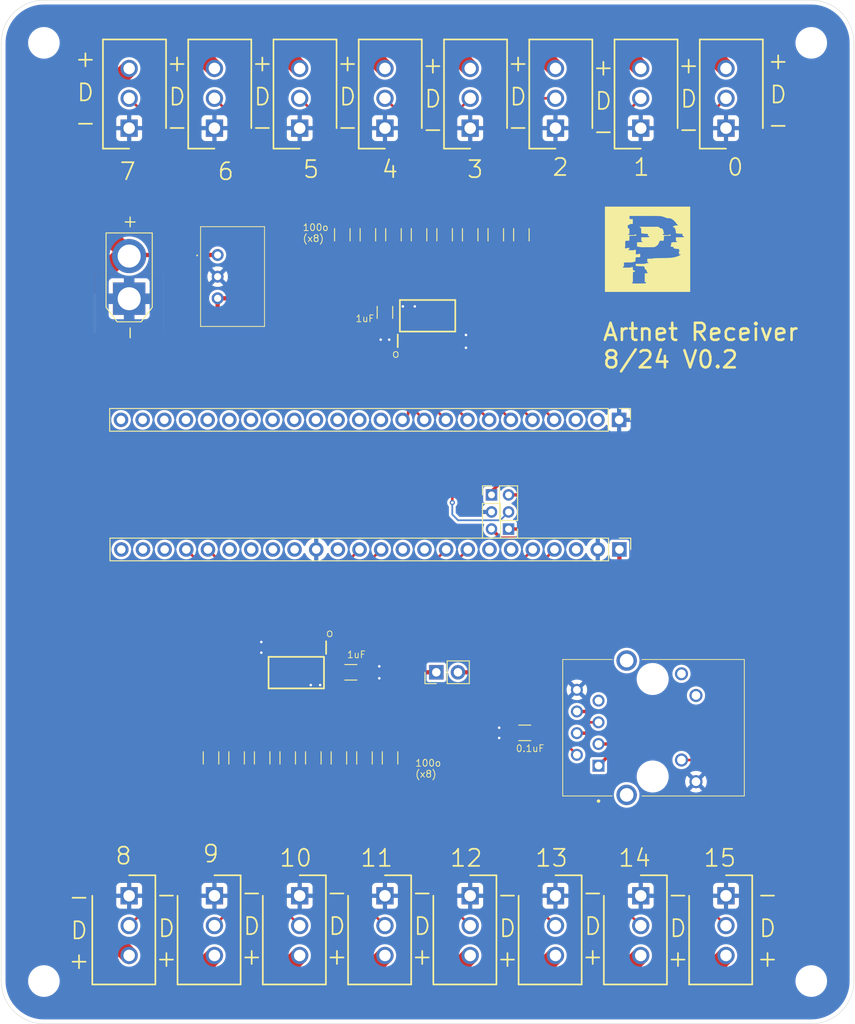
<source format=kicad_pcb>
(kicad_pcb (version 20240108) (generator "pcbnew") (generator_version "8.0")
  (layers (0 "F.Cu" signal) (31 "B.Cu" power) (34 "B.Paste" user) (35 "F.Paste" user) (36 "B.SilkS" user "B.Silkscreen") (37 "F.SilkS" user "F.Silkscreen") (38 "B.Mask" user) (39 "F.Mask" user) (44 "Edge.Cuts" user))
  (net 0 "")
  (net 1 "GND")
  (net 2 "D6O")
  (net 3 "D7")
  (net 4 "D4")
  (net 5 "D3O")
  (net 6 "D2O")
  (net 7 "D1")
  (net 8 "+5V")
  (net 9 "D3")
  (net 10 "D6")
  (net 11 "D1O")
  (net 12 "D4O")
  (net 13 "D8O")
  (net 14 "D5O")
  (net 15 "D5")
  (net 16 "D2")
  (net 17 "D8")
  (net 25 "Net-(J22-RCT)")
  (net 28 "Net-(IC1-B6)")
  (net 32 "Net-(IC1-B3)")
  (net 37 "Net-(IC1-B2)")
  (net 38 "Net-(IC1-B1)")
  (net 43 "Net-(IC1-B4)")
  (net 44 "Net-(IC1-B8)")
  (net 45 "Net-(IC1-B5)")
  (net 47 "Net-(IC1-B7)")
  (net 48 "RX-")
  (net 49 "TX+")
  (net 50 "RX+")
  (net 51 "TX-")
  (net 52 "+24V")
  (net 56 "D0")
  (net 59 "ELED")
  (net 60 "Net-(IC2-B8)")
  (net 61 "D15")
  (net 62 "Net-(IC2-B6)")
  (net 63 "D10")
  (net 64 "D9")
  (net 65 "D11")
  (net 66 "Net-(IC2-B4)")
  (net 67 "Net-(IC2-B7)")
  (net 68 "D12")
  (net 69 "Net-(IC2-B1)")
  (net 70 "D13")
  (net 71 "Net-(IC2-B5)")
  (net 72 "Net-(IC2-B3)")
  (net 73 "Net-(IC2-B2)")
  (net 74 "D14")
  (net 77 "+5Vs")
  (net 78 "D0O")
  (net 79 "D7O")
  (net 80 "D9O")
  (net 81 "D10O")
  (net 82 "D11O")
  (net 83 "D12O")
  (net 84 "D13O")
  (net 85 "D14O")
  (net 86 "D15O")
  (footprint "Resistor_SMD:R_1206_3216Metric" (layer "F.Cu") (at 130 62.5 90)
    (property "Reference" "R6" (hide yes))
    (property "Value" "100")
  )
  (footprint "MountingHole:MountingHole_3.2mm_M3" (layer "F.Cu") (at 80 150)
    (property "Reference" "H3" (hide yes))
    (property "Value" "MountingHole")
  )
  (footprint "Resistor_SMD:R_1206_3216Metric" (layer "F.Cu") (at 115 62.5 90)
    (property "Reference" "R1" (hide yes))
    (property "Value" "100")
  )
  (footprint "284514-3:SHDR3W80P0X350_1X3_1250X725X940P" (layer "F.Cu") (at 160 50 90)
    (property "Reference" "J5" (hide yes))
    (property "Value" "Output 0" (hide yes))
  )
  (footprint "284514-3:SHDR3W80P0X350_1X3_1250X725X940P" (layer "F.Cu") (at 130 140 -90)
    (property "Reference" "J18" (hide yes))
    (property "Value" "Output 12" (hide yes))
  )
  (footprint "Capacitor_SMD:C_1206_3216Metric" (layer "F.Cu") (at 116 113.8 180)
    (property "Reference" "C2" (hide yes))
    (property "Value" "1uF")
  )
  (footprint "Capacitor_SMD:C_1206_3216Metric" (layer "F.Cu") (at 120 71.6 90)
    (property "Reference" "C1" (hide yes))
    (property "Value" "1uF")
  )
  (footprint "284514-3:SHDR3W80P0X350_1X3_1250X725X940P" (layer "F.Cu") (at 140 140 -90)
    (property "Reference" "J19" (hide yes))
    (property "Value" "Output 13" (hide yes))
  )
  (footprint "Polis_Footprints:polis_logo_10x10" (layer "F.Cu") (at 150.8 64.2)
    (property "Reference" "G***" (hide yes))
    (property "Value" "LOGO" (hide yes))
  )
  (footprint "Connector_PinHeader_2.00mm:PinHeader_1x03_P2.00mm_Vertical" (layer "F.Cu") (at 132.5 93)
    (property "Reference" "J4" (hide yes))
    (property "Value" "Lower Middle Header")
  )
  (footprint "Connector_PinHeader_2.54mm:PinHeader_1x02_P2.54mm_Vertical" (layer "F.Cu") (at 126.025 113.8 90)
    (property "Reference" "JP1" (hide yes))
    (property "Value" "Power Sel")
  )
  (footprint "284514-3:SHDR3W80P0X350_1X3_1250X725X940P" (layer "F.Cu") (at 100 140 -90)
    (property "Reference" "J15" (hide yes))
    (property "Value" "Output 9" (hide yes))
  )
  (footprint "Resistor_SMD:R_1206_3216Metric" (layer "F.Cu") (at 105.6 123.8375 -90)
    (property "Reference" "R14" (hide yes))
    (property "Value" "100")
  )
  (footprint "Resistor_SMD:R_1206_3216Metric" (layer "F.Cu") (at 102.6 123.8375 -90)
    (property "Reference" "R15" (hide yes))
    (property "Value" "100")
  )
  (footprint "SN74HCT245PWR:SOP65P640X120-20N" (layer "F.Cu") (at 125 72 90)
    (property "Reference" "IC1" (hide yes))
    (property "Value" "SN74HCT245PWR" (hide yes))
  )
  (footprint "284514-3:SHDR3W80P0X350_1X3_1250X725X940P" (layer "F.Cu") (at 120 140 -90)
    (property "Reference" "J17" (hide yes))
    (property "Value" "Output 11" (hide yes))
  )
  (footprint "284514-3:SHDR3W80P0X350_1X3_1250X725X940P" (layer "F.Cu") (at 100 50 90)
    (property "Reference" "J11" (hide yes))
    (property "Value" "Output 6" (hide yes))
  )
  (footprint "284514-3:SHDR3W80P0X350_1X3_1250X725X940P" (layer "F.Cu") (at 150 50 90)
    (property "Reference" "J6" (hide yes))
    (property "Value" "Output 1" (hide yes))
  )
  (footprint "MountingHole:MountingHole_3.2mm_M3" (layer "F.Cu") (at 170 40)
    (property "Reference" "H2" (hide yes))
    (property "Value" "MountingHole")
  )
  (footprint "Resistor_SMD:R_1206_3216Metric" (layer "F.Cu") (at 114.6 123.8375 -90)
    (property "Reference" "R11" (hide yes))
    (property "Value" "100")
  )
  (footprint "284514-3:SHDR3W80P0X350_1X3_1250X725X940P" (layer "F.Cu") (at 110 140 -90)
    (property "Reference" "J16" (hide yes))
    (property "Value" "Output 10" (hide yes))
  )
  (footprint "Connector_PinHeader_2.00mm:PinHeader_1x03_P2.00mm_Vertical" (layer "F.Cu") (at 134.5 97 180)
    (property "Reference" "J3" (hide yes))
    (property "Value" "Upper Middle Header" (hide yes))
  )
  (footprint "Resistor_SMD:R_1206_3216Metric" (layer "F.Cu") (at 118 62.5 90)
    (property "Reference" "R2" (hide yes))
    (property "Value" "100")
  )
  (footprint "KiCad:TSR12450E" (layer "F.Cu") (at 100.375 64.87 -90)
    (property "Reference" "PS1" (hide yes))
    (property "Value" "TSR_1-2450E" (hide yes))
  )
  (footprint "SN74HCT245PWR:SOP65P640X120-20N" (layer "F.Cu") (at 109.6 113.8375 -90)
    (property "Reference" "IC2" (hide yes))
    (property "Value" "SN74HCT245PWR" (hide yes))
  )
  (footprint "Resistor_SMD:R_1206_3216Metric" (layer "F.Cu") (at 120.6 123.8375 -90)
    (property "Reference" "R9" (hide yes))
    (property "Value" "100")
  )
  (footprint "Connector_PinHeader_2.54mm:PinHeader_1x24_P2.54mm_Vertical" (layer "F.Cu") (at 147.465 84.2 -90)
    (property "Reference" "J1" (hide yes))
    (property "Value" "Left Header" (hide yes))
  )
  (footprint "Connector_AMASS:AMASS_XT30U-F_1x02_P5.0mm_Vertical" (layer "F.Cu") (at 90 70 90)
    (property "Reference" "J13" (hide yes))
    (property "Value" "High Power")
  )
  (footprint "Capacitor_SMD:C_1206_3216Metric" (layer "F.Cu") (at 136.4 120.9 180)
    (property "Reference" "C3" (hide yes))
    (property "Value" "0.1uF")
  )
  (footprint "MountingHole:MountingHole_3.2mm_M3" (layer "F.Cu") (at 170 150)
    (property "Reference" "H4" (hide yes))
    (property "Value" "MountingHole")
  )
  (footprint "MountingHole:MountingHole_3.2mm_M3" (layer "F.Cu") (at 80 40)
    (property "Reference" "H1" (hide yes))
    (property "Value" "MountingHole")
  )
  (footprint "Resistor_SMD:R_1206_3216Metric" (layer "F.Cu") (at 108.6 123.8375 -90)
    (property "Reference" "R13" (hide yes))
    (property "Value" "100")
  )
  (footprint "Resistor_SMD:R_1206_3216Metric" (layer "F.Cu") (at 127 62.5 90)
    (property "Reference" "R5" (hide yes))
    (property "Value" "100")
  )
  (footprint "Connector_PinHeader_2.54mm:PinHeader_1x24_P2.54mm_Vertical" (layer "F.Cu") (at 147.5 99.4 -90)
    (property "Reference" "J2" (hide yes))
    (property "Value" "Right Header" (hide yes))
  )
  (footprint "J1B1211CCD:J1B1211CCD" (layer "F.Cu") (at 151.5 120.3 90)
    (property "Reference" "J22" (hide yes))
    (property "Value" "J1B1211CCD" (hide yes))
  )
  (footprint "284514-3:SHDR3W80P0X350_1X3_1250X725X940P" (layer "F.Cu") (at 110 50 90)
    (property "Reference" "J10" (hide yes))
    (property "Value" "Output 5" (hide yes))
  )
  (footprint "Resistor_SMD:R_1206_3216Metric" (layer "F.Cu") (at 136 62.5 90)
    (property "Reference" "R8" (hide yes))
    (property "Value" "100(x8)")
  )
  (footprint "284514-3:SHDR3W80P0X350_1X3_1250X725X940P" (layer "F.Cu") (at 140 50 90)
    (property "Reference" "J7" (hide yes))
    (property "Value" "Output 2" (hide yes))
  )
  (footprint "Resistor_SMD:R_1206_3216Metric" (layer "F.Cu") (at 99.6 123.8375 -90)
    (property "Reference" "R16" (hide yes))
    (property "Value" "100(x8)")
  )
  (footprint "Resistor_SMD:R_1206_3216Metric" (layer "F.Cu") (at 133 62.5 90)
    (property "Reference" "R7" (hide yes))
    (property "Value" "100")
  )
  (footprint "284514-3:SHDR3W80P0X350_1X3_1250X725X940P" (layer "F.Cu") (at 90 140 -90)
    (property "Reference" "J14" (hide yes))
    (property "Value" "Output 8" (hide yes))
  )
  (footprint "Resistor_SMD:R_1206_3216Metric" (layer "F.Cu") (at 111.6 123.8375 -90)
    (property "Reference" "R12" (hide yes))
    (property "Value" "100")
  )
  (footprint "Resistor_SMD:R_1206_3216Metric" (layer "F.Cu") (at 124 62.5 90)
    (property "Reference" "R4" (hide yes))
    (property "Value" "100")
  )
  (footprint "284514-3:SHDR3W80P0X350_1X3_1250X725X940P" (layer "F.Cu") (at 150 140 -90)
    (property "Reference" "J20" (hide yes))
    (property "Value" "Output 14" (hide yes))
  )
  (footprint "284514-3:SHDR3W80P0X350_1X3_1250X725X940P" (layer "F.Cu") (at 90 50 90)
    (property "Reference" "J12" (hide yes))
    (property "Value" "Output 7" (hide yes))
  )
  (footprint "284514-3:SHDR3W80P0X350_1X3_1250X725X940P" (layer "F.Cu") (at 160 140 -90)
    (property "Reference" "J21" (hide yes))
    (property "Value" "Output 15" (hide yes))
  )
  (footprint "Resistor_SMD:R_1206_3216Metric" (layer "F.Cu") (at 121 62.5 90)
    (property "Reference" "R3" (hide yes))
    (property "Value" "100")
  )
  (footprint "Resistor_SMD:R_1206_3216Metric" (layer "F.Cu") (at 117.6 123.8375 -90)
    (property "Reference" "R10" (hide yes))
    (property "Value" "100")
  )
  (footprint "284514-3:SHDR3W80P0X350_1X3_1250X725X940P" (layer "F.Cu") (at 120 50 90)
    (property "Reference" "J9" (hide yes))
    (property "Value" "Output 4" (hide yes))
  )
  (footprint "284514-3:SHDR3W80P0X350_1X3_1250X725X940P" (layer "F.Cu") (at 130 50 90)
    (property "Reference" "J8" (hide yes))
    (property "Value" "Output 3" (hide yes))
  )
  (gr_line (start 80 155) (end 170 155) (stroke (width 0.05)) (layer "Edge.Cuts"))
  (gr_arc (start 170 35) (mid 173.535534 36.464466) (end 175 40) (stroke (width 0.05)) (layer "Edge.Cuts"))
  (gr_arc (start 75 40) (mid 76.464466 36.464466) (end 80 35) (stroke (width 0.05)) (layer "Edge.Cuts"))
  (gr_line (start 80 35) (end 170 35) (stroke (width 0.05)) (layer "Edge.Cuts"))
  (gr_line (start 175 40) (end 175 150) (stroke (width 0.05)) (layer "Edge.Cuts"))
  (gr_line (start 75 40) (end 75 150) (stroke (width 0.05)) (layer "Edge.Cuts"))
  (gr_arc (start 175 150) (mid 173.535534 153.535534) (end 170 155) (stroke (width 0.05)) (layer "Edge.Cuts"))
  (gr_arc (start 80 155) (mid 76.464466 153.535534) (end 75 150) (stroke (width 0.05)) (layer "Edge.Cuts"))
  (gr_text "D" (at 93.25 145 0) (layer "F.SilkS") (effects (font (size 2 2) (thickness 0.2)) (justify left bottom)))
  (gr_text "9" (at 98.5 136.25 0) (layer "F.SilkS") (effects (font (size 2 2) (thickness 0.2)) (justify left bottom)))
  (gr_text "-" (at 83.5 50.5 0) (layer "F.SilkS") (effects (font (size 2 2) (thickness 0.2)) (justify left bottom)))
  (gr_text "D" (at 83 145.25 0) (layer "F.SilkS") (effects (font (size 2 2) (thickness 0.2)) (justify left bottom)))
  (gr_text "0" (at 160 55.75 0) (layer "F.SilkS") (effects (font (size 2 2) (thickness 0.2)) (justify left bottom)))
  (gr_text "D" (at 154.5 47.75 0) (layer "F.SilkS") (effects (font (size 2 2) (thickness 0.2)) (justify left bottom)))
  (gr_text "+" (at 94.25 43.5 0) (layer "F.SilkS") (effects (font (size 2 2) (thickness 0.2)) (justify left bottom)))
  (gr_text "12" (at 127.5 136.75 0) (layer "F.SilkS") (effects (font (size 2 2) (thickness 0.2)) (justify left bottom)))
  (gr_text "10" (at 107.5 136.75 0) (layer "F.SilkS") (effects (font (size 2 2) (thickness 0.2)) (justify left bottom)))
  (gr_text "3" (at 129.5 56 0) (layer "F.SilkS") (effects (font (size 2 2) (thickness 0.2)) (justify left bottom)))
  (gr_text "+" (at 114.25 43.5 0) (layer "F.SilkS") (effects (font (size 2 2) (thickness 0.2)) (justify left bottom)))
  (gr_text "8" (at 88.25 136.5 0) (layer "F.SilkS") (effects (font (size 2 2) (thickness 0.2)) (justify left bottom)))
  (gr_text "1" (at 149 55.75 0) (layer "F.SilkS") (effects (font (size 2 2) (thickness 0.2)) (justify left bottom)))
  (gr_text "-" (at 144.25 51.5 0) (layer "F.SilkS") (effects (font (size 2 2) (thickness 0.2)) (justify left bottom)))
  (gr_text "+" (at 124.25 43.75 0) (layer "F.SilkS") (effects (font (size 2 2) (thickness 0.2)) (justify left bottom)))
  (gr_text "D" (at 114.5 47.5 0) (layer "F.SilkS") (effects (font (size 2 2) (thickness 0.2)) (justify left bottom)))
  (gr_text "100o\n(x8)" (at 123.5 126.2 0) (layer "F.SilkS") (effects (font (size 0.8 0.8) (thickness 0.1)) (justify left bottom)))
  (gr_text "-" (at 93 141 0) (layer "F.SilkS") (effects (font (size 2 2) (thickness 0.2)) (justify left bottom)))
  (gr_text "+" (at 144.25 44 0) (layer "F.SilkS") (effects (font (size 2 2) (thickness 0.2)) (justify left bottom)))
  (gr_text "D" (at 104.5 47.5 0) (layer "F.SilkS") (effects (font (size 2 2) (thickness 0.2)) (justify left bottom)))
  (gr_text "+" (at 113 148.25 0) (layer "F.SilkS") (effects (font (size 2 2) (thickness 0.2)) (justify left bottom)))
  (gr_text "+" (at 133 148.5 0) (layer "F.SilkS") (effects (font (size 2 2) (thickness 0.2)) (justify left bottom)))
  (gr_text "6" (at 100.25 56.25 0) (layer "F.SilkS") (effects (font (size 2 2) (thickness 0.2)) (justify left bottom)))
  (gr_text "D" (at 134.5 47.5 0) (layer "F.SilkS") (effects (font (size 2 2) (thickness 0.2)) (justify left bottom)))
  (gr_text "-" (at 103 140.75 0) (layer "F.SilkS") (effects (font (size 2 2) (thickness 0.2)) (justify left bottom)))
  (gr_text "-" (at 154.25 51.25 0) (layer "F.SilkS") (effects (font (size 2 2) (thickness 0.2)) (justify left bottom)))
  (gr_text "-" (at 143 140.75 0) (layer "F.SilkS") (effects (font (size 2 2) (thickness 0.2)) (justify left bottom)))
  (gr_text "+" (at 123 148.25 0) (layer "F.SilkS") (effects (font (size 2 2) (thickness 0.2)) (justify left bottom)))
  (gr_text "4" (at 119.5 56 0) (layer "F.SilkS") (effects (font (size 2 2) (thickness 0.2)) (justify left bottom)))
  (gr_text "-" (at 153 141 0) (layer "F.SilkS") (effects (font (size 2 2) (thickness 0.2)) (justify left bottom)))
  (gr_text "D" (at 124.5 47.75 0) (layer "F.SilkS") (effects (font (size 2 2) (thickness 0.2)) (justify left bottom)))
  (gr_text "-" (at 94.25 51 0) (layer "F.SilkS") (effects (font (size 2 2) (thickness 0.2)) (justify left bottom)))
  (gr_text "D" (at 123.25 144.75 0) (layer "F.SilkS") (effects (font (size 2 2) (thickness 0.2)) (justify left bottom)))
  (gr_text "-" (at 123 140.75 0) (layer "F.SilkS") (effects (font (size 2 2) (thickness 0.2)) (justify left bottom)))
  (gr_text "11" (at 117 136.75 0) (layer "F.SilkS") (effects (font (size 2 2) (thickness 0.2)) (justify left bottom)))
  (gr_text "D" (at 83.75 47 0) (layer "F.SilkS") (effects (font (size 2 2) (thickness 0.2)) (justify left bottom)))
  (gr_text "5" (at 110.25 56 0) (layer "F.SilkS") (effects (font (size 2 2) (thickness 0.2)) (justify left bottom)))
  (gr_text "1uF" (at 116.5 72.8 0) (layer "F.SilkS") (effects (font (size 0.8 0.8) (thickness 0.1)) (justify left bottom)))
  (gr_text "-" (at 104.25 51 0) (layer "F.SilkS") (effects (font (size 2 2) (thickness 0.2)) (justify left bottom)))
  (gr_text "+" (at 93 148.5 0) (layer "F.SilkS") (effects (font (size 2 2) (thickness 0.2)) (justify left bottom)))
  (gr_text "-" (at 133 141 0) (layer "F.SilkS") (effects (font (size 2 2) (thickness 0.2)) (justify left bottom)))
  (gr_text "15" (at 157.25 136.75 0) (layer "F.SilkS") (effects (font (size 2 2) (thickness 0.2)) (justify left bottom)))
  (gr_text "+" (at 134.25 43.5 0) (layer "F.SilkS") (effects (font (size 2 2) (thickness 0.2)) (justify left bottom)))
  (gr_text "+" (at 103 148.25 0) (layer "F.SilkS") (effects (font (size 2 2) (thickness 0.2)) (justify left bottom)))
  (gr_text "-" (at 134.25 51 0) (layer "F.SilkS") (effects (font (size 2 2) (thickness 0.2)) (justify left bottom)))
  (gr_text "D" (at 113.25 144.75 0) (layer "F.SilkS") (effects (font (size 2 2) (thickness 0.2)) (justify left bottom)))
  (gr_text "-" (at 164.75 50.75 0) (layer "F.SilkS") (effects (font (size 2 2) (thickness 0.2)) (justify left bottom)))
  (gr_text "+" (at 104.25 43.5 0) (layer "F.SilkS") (effects (font (size 2 2) (thickness 0.2)) (justify left bottom)))
  (gr_text "-" (at 82.75 141.25 0) (layer "F.SilkS") (effects (font (size 2 2) (thickness 0.2)) (justify left bottom)))
  (gr_text "+" (at 164.75 43.25 0) (layer "F.SilkS") (effects (font (size 2 2) (thickness 0.2)) (justify left bottom)))
  (gr_text "1uF" (at 115.5 112.2 0) (layer "F.SilkS") (effects (font (size 0.8 0.8) (thickness 0.1)) (justify left bottom)))
  (gr_text "+" (at 153 148.5 0) (layer "F.SilkS") (effects (font (size 2 2) (thickness 0.2)) (justify left bottom)))
  (gr_text "D" (at 163.75 145 0) (layer "F.SilkS") (effects (font (size 2 2) (thickness 0.2)) (justify left bottom)))
  (gr_text "D" (at 94.5 47.5 0) (layer "F.SilkS") (effects (font (size 2 2) (thickness 0.2)) (justify left bottom)))
  (gr_text "+" (at 163.5 148.5 0) (layer "F.SilkS") (effects (font (size 2 2) (thickness 0.2)) (justify left bottom)))
  (gr_text "+" (at 82.75 148.75 0) (layer "F.SilkS") (effects (font (size 2 2) (thickness 0.2)) (justify left bottom)))
  (gr_text "+" (at 143 148.25 0) (layer "F.SilkS") (effects (font (size 2 2) (thickness 0.2)) (justify left bottom)))
  (gr_text "13" (at 137.5 136.75 0) (layer "F.SilkS") (effects (font (size 2 2) (thickness 0.2)) (justify left bottom)))
  (gr_text "+" (at 83.5 43 0) (layer "F.SilkS") (effects (font (size 2 2) (thickness 0.2)) (justify left bottom)))
  (gr_text "-" (at 163.5 141 0) (layer "F.SilkS") (effects (font (size 2 2) (thickness 0.2)) (justify left bottom)))
  (gr_text "o" (at 120.75 77 0) (layer "F.SilkS") (effects (font (size 1 1) (thickness 0.1)) (justify left bottom)))
  (gr_text "Artnet Receiver\n8/24 V0.2" (at 145.4 78.3 0) (layer "F.SilkS") (effects (font (size 2 2) (thickness 0.3)) (justify left bottom)))
  (gr_text "D" (at 165 47.25 0) (layer "F.SilkS") (effects (font (size 2 2) (thickness 0.2)) (justify left bottom)))
  (gr_text "-" (at 124.25 51.25 0) (layer "F.SilkS") (effects (font (size 2 2) (thickness 0.2)) (justify left bottom)))
  (gr_text "0.1uF" (at 135.3 123.2 0) (layer "F.SilkS") (effects (font (size 0.8 0.8) (thickness 0.1)) (justify left bottom)))
  (gr_text "D" (at 133.25 145 0) (layer "F.SilkS") (effects (font (size 2 2) (thickness 0.2)) (justify left bottom)))
  (gr_text "100o\n(x8)" (at 110.3 63.4 0) (layer "F.SilkS") (effects (font (size 0.8 0.8) (thickness 0.1)) (justify left bottom)))
  (gr_text "7" (at 88.75 56.25 0) (layer "F.SilkS") (effects (font (size 2 2) (thickness 0.2)) (justify left bottom)))
  (gr_text "o" (at 113 109.75 0) (layer "F.SilkS") (effects (font (size 1 1) (thickness 0.1)) (justify left bottom)))
  (gr_text "D" (at 103.25 144.75 0) (layer "F.SilkS") (effects (font (size 2 2) (thickness 0.2)) (justify left bottom)))
  (gr_text "D" (at 153.25 145 0) (layer "F.SilkS") (effects (font (size 2 2) (thickness 0.2)) (justify left bottom)))
  (gr_text "14" (at 147.25 136.75 0) (layer "F.SilkS") (effects (font (size 2 2) (thickness 0.2)) (justify left bottom)))
  (gr_text "-" (at 114.25 51 0) (layer "F.SilkS") (effects (font (size 2 2) (thickness 0.2)) (justify left bottom)))
  (gr_text "+" (at 154.25 43.75 0) (layer "F.SilkS") (effects (font (size 2 2) (thickness 0.2)) (justify left bottom)))
  (gr_text "2" (at 139.5 55.75 0) (layer "F.SilkS") (effects (font (size 2 2) (thickness 0.2)) (justify left bottom)))
  (gr_text "D" (at 144.5 48 0) (layer "F.SilkS") (effects (font (size 2 2) (thickness 0.2)) (justify left bottom)))
  (gr_text "-" (at 113 140.75 0) (layer "F.SilkS") (effects (font (size 2 2) (thickness 0.2)) (justify left bottom)))
  (gr_text "D" (at 143.25 144.75 0) (layer "F.SilkS") (effects (font (size 2 2) (thickness 0.2)) (justify left bottom)))
  (segment (start 129.25 75.126) (end 129.438 74.938) (width 0.4) (layer "F.Cu") (net 1))
  (segment (start 134 120.9) (end 133.4 120.3) (width 0.5) (layer "F.Cu") (net 1))
  (segment (start 128.688 74.938) (end 129.25 75.5) (width 0.4) (layer "F.Cu") (net 1))
  (segment (start 106 111) (end 105.75 111) (width 0.4) (layer "F.Cu") (net 1))
  (segment (start 111.875 115.875) (end 111.3 115.3) (width 0.4) (layer "F.Cu") (net 1))
  (segment (start 129.5 75) (end 129.5 75.75) (width 0.4) (layer "F.Cu") (net 1))
  (segment (start 106.1495 110.8995) (end 105.5 110.25) (width 0.4) (layer "F.Cu") (net 1))
  (segment (start 119.3375 113.8) (end 119.3375 113.1) (width 0.5) (layer "F.Cu") (net 1))
  (segment (start 122.725 70.125) (end 123.1 70.5) (width 0.4) (layer "F.Cu") (net 1))
  (segment (start 122.1 70.9) (end 122.8 70.9) (width 0.4) (layer "F.Cu") (net 1))
  (segment (start 123.05 70.5) (end 122.725 70.825) (width 0.4) (layer "F.Cu") (net 1))
  (segment (start 111.3 115.3) (end 111.9 115.3) (width 0.4) (layer "F.Cu") (net 1))
  (segment (start 120 73.075) (end 120 73.7) (width 0.5) (layer "F.Cu") (net 1))
  (segment (start 123.1 70.5) (end 123.05 70.5) (width 0.4) (layer "F.Cu") (net 1))
  (segment (start 119.0375 113.4) (end 119.3375 113.1) (width 0.5) (layer "F.Cu") (net 1))
  (segment (start 128.812 74.938) (end 129.5 74.25) (width 0.4) (layer "F.Cu") (net 1))
  (segment (start 127.925 74.938) (end 128.438 74.938) (width 0.4) (layer "F.Cu") (net 1))
  (segment (start 120 73.7) (end 120 74.3) (width 0.5) (layer "F.Cu") (net 1))
  (segment (start 123.1 70.5) (end 123.5 70.9) (width 0.4) (layer "F.Cu") (net 1))
  (segment (start 118.6375 113.8) (end 119.0375 113.4) (width 0.5) (layer "F.Cu") (net 1))
  (segment (start 117.475 113.8) (end 118.3375 113.8) (width 0.5) (layer "F.Cu") (net 1))
  (segment (start 105.75 111) (end 105.5 110.75) (width 0.4) (layer "F.Cu") (net 1))
  (segment (start 134.000002 120.9) (end 133.400002 121.5) (width 0.5) (layer "F.Cu") (net 1))
  (segment (start 122.725 70.275) (end 122.725 70.825) (width 0.4) (layer "F.Cu") (net 1))
  (segment (start 122.8 70.9) (end 123.5 70.9) (width 0.4) (layer "F.Cu") (net 1))
  (segment (start 120 74.3) (end 119.5 74.8) (width 0.5) (layer "F.Cu") (net 1))
  (segment (start 111.9 115.3) (end 112.4 115.3) (width 0.4) (layer "F.Cu") (net 1))
  (segment (start 111.875 116.7755) (end 111.875 115.875) (width 0.4) (layer "F.Cu") (net 1))
  (segment (start 106.1005 110.8995) (end 105.5 111.5) (width 0.4) (layer "F.Cu") (net 1))
  (segment (start 129.5 74.25) (end 129.5 75) (width 0.4) (layer "F.Cu") (net 1))
  (segment (start 122.725 70.125) (end 122.725 70.275) (width 0.4) (layer "F.Cu") (net 1))
  (segment (start 129.25 75.5) (end 129.5 75.75) (width 0.4) (layer "F.Cu") (net 1))
  (segment (start 128.562 74.938) (end 128.688 74.938) (width 0.4) (layer "F.Cu") (net 1))
  (segment (start 134.925 120.9) (end 134 120.9) (width 0.5) (layer "F.Cu") (net 1))
  (segment (start 106.1005 110.8995) (end 106 111) (width 0.4) (layer "F.Cu") (net 1))
  (segment (start 129.25 75.5) (end 129.25 75.126) (width 0.4) (layer "F.Cu") (net 1))
  (segment (start 128.438 74.938) (end 128.562 74.938) (width 0.4) (layer "F.Cu") (net 1))
  (segment (start 120 74.3) (end 120.5 74.8) (width 0.5) (layer "F.Cu") (net 1))
  (segment (start 105.5 110.75) (end 105.5 110.25) (width 0.4) (layer "F.Cu") (net 1))
  (segment (start 118.6375 113.8) (end 119.3375 113.8) (width 0.5) (layer "F.Cu") (net 1))
  (segment (start 133.4 120.3) (end 133.4 121.499998) (width 0.5) (layer "F.Cu") (net 1))
  (segment (start 128.812 74.938) (end 129.438 74.938) (width 0.4) (layer "F.Cu") (net 1))
  (segment (start 118.6375 113.8) (end 119.3375 114.5) (width 0.5) (layer "F.Cu") (net 1))
  (segment (start 105.5 111.5) (end 105.5 111) (width 0.4) (layer "F.Cu") (net 1))
  (segment (start 105.5 111) (end 105.5 110.75) (width 0.4) (layer "F.Cu") (net 1))
  (segment (start 122.725 70.825) (end 122.8 70.9) (width 0.4) (layer "F.Cu") (net 1))
  (segment (start 122.725 69.062) (end 122.725 70.125) (width 0.4) (layer "F.Cu") (net 1))
  (segment (start 119.3375 114.5) (end 119.3375 113.8) (width 0.5) (layer "F.Cu") (net 1))
  (segment (start 134.925 120.9) (end 134.000002 120.9) (width 0.5) (layer "F.Cu") (net 1))
  (segment (start 106.675 110.8995) (end 106.1495 110.8995) (width 0.4) (layer "F.Cu") (net 1))
  (segment (start 118.3375 113.8) (end 118.6375 113.8) (width 0.5) (layer "F.Cu") (net 1))
  (segment (start 112.4 115.35) (end 112.4 115.3) (width 0.4) (layer "F.Cu") (net 1))
  (segment (start 118.3375 113.8) (end 118.5375 113.8) (width 0.5) (layer "F.Cu") (net 1))
  (segment (start 106.1495 110.8995) (end 106.1005 110.8995) (width 0.4) (layer "F.Cu") (net 1))
  (segment (start 129.438 74.938) (end 129.5 75) (width 0.4) (layer "F.Cu") (net 1))
  (segment (start 133.4 121.499998) (end 133.400002 121.5) (width 0.5) (layer "F.Cu") (net 1))
  (segment (start 111.9 115.85) (end 111.9 115.3) (width 0.4) (layer "F.Cu") (net 1))
  (segment (start 128.688 74.938) (end 128.812 74.938) (width 0.4) (layer "F.Cu") (net 1))
  (segment (start 122.725 70.275) (end 122.1 70.9) (width 0.4) (layer "F.Cu") (net 1))
  (segment (start 105.75 111) (end 105.5 111) (width 0.4) (layer "F.Cu") (net 1))
  (segment (start 111.875 115.875) (end 112.4 115.35) (width 0.4) (layer "F.Cu") (net 1))
  (segment (start 111.875 115.875) (end 111.9 115.85) (width 0.4) (layer "F.Cu") (net 1))
  (via (at 105.5 110.25) (size 0.6) (drill 0.3) (layers "F.Cu" "B.Cu") (net 1))
  (via (at 112.4 115.3) (size 0.6) (drill 0.3) (layers "F.Cu" "B.Cu") (net 1))
  (via (at 133.4 120.3) (size 0.6) (drill 0.3) (layers "F.Cu" "B.Cu") (net 1))
  (via (at 119.3375 114.5) (size 0.6) (drill 0.3) (layers "F.Cu" "B.Cu") (net 1))
  (via (at 120.5 74.8) (size 0.6) (drill 0.3) (layers "F.Cu" "B.Cu") (net 1))
  (via (at 111.3 115.3) (size 0.6) (drill 0.3) (layers "F.Cu" "B.Cu") (net 1))
  (via (at 122.1 70.9) (size 0.6) (drill 0.3) (layers "F.Cu" "B.Cu") (net 1))
  (via (at 105.5 111.5) (size 0.6) (drill 0.3) (layers "F.Cu" "B.Cu") (net 1))
  (via (at 129.5 74.25) (size 0.6) (drill 0.3) (layers "F.Cu" "B.Cu") (net 1))
  (via (at 129.5 75.75) (size 0.6) (drill 0.3) (layers "F.Cu" "B.Cu") (net 1))
  (via (at 119.5 74.8) (size 0.6) (drill 0.3) (layers "F.Cu" "B.Cu") (net 1))
  (via (at 123.5 70.9) (size 0.6) (drill 0.3) (layers "F.Cu" "B.Cu") (net 1))
  (via (at 133.400002 121.5) (size 0.6) (drill 0.3) (layers "F.Cu" "B.Cu") (net 1))
  (via (at 119.3375 113.1) (size 0.6) (drill 0.3) (layers "F.Cu" "B.Cu") (net 1))
  (segment (start 114 57) (end 114 57.0375) (width 0.3) (layer "F.Cu") (net 2))
  (segment (start 110.5 57) (end 114 57) (width 0.3) (layer "F.Cu") (net 2))
  (segment (start 114 57.0375) (end 118 61.0375) (width 0.3) (layer "F.Cu") (net 2))
  (segment (start 100 46.5) (end 110.5 57) (width 0.3) (layer "F.Cu") (net 2))
  (segment (start 122.725 83.54) (end 122.065 84.2) (width 0.3) (layer "F.Cu") (net 3))
  (segment (start 122.725 74.938) (end 122.725 83.54) (width 0.3) (layer "F.Cu") (net 3))
  (segment (start 125.7 81.1) (end 126.585 81.1) (width 0.3) (layer "F.Cu") (net 4))
  (segment (start 126.585 81.1) (end 129.685 84.2) (width 0.3) (layer "F.Cu") (net 4))
  (segment (start 124.675 74.938) (end 124.675 80.075) (width 0.3) (layer "F.Cu") (net 4))
  (segment (start 124.675 80.075) (end 125.7 81.1) (width 0.3) (layer "F.Cu") (net 4))
  (segment (start 127 49.5) (end 130 46.5) (width 0.3) (layer "F.Cu") (net 5))
  (segment (start 127 61.0375) (end 127 49.5) (width 0.3) (layer "F.Cu") (net 5))
  (segment (start 130 55) (end 138.5 46.5) (width 0.3) (layer "F.Cu") (net 6))
  (segment (start 138.5 46.5) (end 140 46.5) (width 0.3) (layer "F.Cu") (net 6))
  (segment (start 130 61.0375) (end 130 55) (width 0.3) (layer "F.Cu") (net 6))
  (segment (start 127.3 79.1) (end 132.205 79.1) (width 0.3) (layer "F.Cu") (net 7))
  (segment (start 126.625 74.938) (end 126.625 78.425) (width 0.3) (layer "F.Cu") (net 7))
  (segment (start 132.205 79.1) (end 137.305 84.2) (width 0.3) (layer "F.Cu") (net 7))
  (segment (start 126.625 78.425) (end 127.3 79.1) (width 0.3) (layer "F.Cu") (net 7))
  (segment (start 84.9 81.2) (end 84.9 106.3) (width 0.5) (layer "F.Cu") (net 8))
  (segment (start 121.8 116.1) (end 124.1 113.8) (width 0.5) (layer "F.Cu") (net 8))
  (segment (start 100.375 69.95) (end 119.825 69.95) (width 0.5) (layer "F.Cu") (net 8))
  (segment (start 124.1 113.8) (end 126.025 113.8) (width 0.5) (layer "F.Cu") (net 8))
  (segment (start 100.375 74.825) (end 97.5 77.7) (width 0.5) (layer "F.Cu") (net 8))
  (segment (start 84.9 106.3) (end 92.4 113.8) (width 0.5) (layer "F.Cu") (net 8))
  (segment (start 100.375 69.95) (end 100.375 74.825) (width 0.5) (layer "F.Cu") (net 8))
  (segment (start 97.5 77.7) (end 88.4 77.7) (width 0.5) (layer "F.Cu") (net 8))
  (segment (start 114.525 113.8) (end 114.525 114.8005) (width 0.5) (layer "F.Cu") (net 8))
  (segment (start 114.525 113.8) (end 116.825 116.1) (width 0.5) (layer "F.Cu") (net 8))
  (segment (start 120 70.125) (end 120.987 70.125) (width 0.5) (layer "F.Cu") (net 8))
  (segment (start 88.4 77.7) (end 84.9 81.2) (width 0.5) (layer "F.Cu") (net 8))
  (segment (start 120.987 70.125) (end 122.05 69.062) (width 0.5) (layer "F.Cu") (net 8))
  (segment (start 114.525 113.8) (end 114.525 112.8745) (width 0.5) (layer "F.Cu") (net 8))
  (segment (start 122.05 69.087) (end 122.05 69.062) (width 0.5) (layer "F.Cu") (net 8))
  (segment (start 114.525 114.8005) (end 112.55 116.7755) (width 0.5) (layer "F.Cu") (net 8))
  (segment (start 120 70.9) (end 122.05 72.95) (width 0.5) (layer "F.Cu") (net 8))
  (segment (start 116.825 116.1) (end 121.8 116.1) (width 0.5) (layer "F.Cu") (net 8))
  (segment (start 119.825 69.95) (end 120 70.125) (width 0.5) (layer "F.Cu") (net 8))
  (segment (start 122.05 72.95) (end 122.05 74.938) (width 0.5) (layer "F.Cu") (net 8))
  (segment (start 92.4 113.8) (end 114.525 113.8) (width 0.5) (layer "F.Cu") (net 8))
  (segment (start 120 70.125) (end 120 70.9) (width 0.5) (layer "F.Cu") (net 8))
  (segment (start 114.525 112.8745) (end 112.55 110.8995) (width 0.5) (layer "F.Cu") (net 8))
  (segment (start 126.2 80.3) (end 128.325 80.3) (width 0.3) (layer "F.Cu") (net 9))
  (segment (start 125.325 79.425) (end 126.2 80.3) (width 0.3) (layer "F.Cu") (net 9))
  (segment (start 128.325 80.3) (end 132.225 84.2) (width 0.3) (layer "F.Cu") (net 9))
  (segment (start 125.325 74.938) (end 125.325 79.425) (width 0.3) (layer "F.Cu") (net 9))
  (segment (start 123.375 74.938) (end 123.375 82.97) (width 0.3) (layer "F.Cu") (net 10))
  (segment (start 123.375 82.97) (end 124.605 84.2) (width 0.3) (layer "F.Cu") (net 10))
  (segment (start 133 61.0375) (end 133 59) (width 0.3) (layer "F.Cu") (net 11))
  (segment (start 138.25 53.75) (end 142.75 53.75) (width 0.3) (layer "F.Cu") (net 11))
  (segment (start 142.75 53.75) (end 150 46.5) (width 0.3) (layer "F.Cu") (net 11))
  (segment (start 133 59) (end 138.25 53.75) (width 0.3) (layer "F.Cu") (net 11))
  (segment (start 124 50.5) (end 120 46.5) (width 0.3) (layer "F.Cu") (net 12))
  (segment (start 124 61.0375) (end 124 50.5) (width 0.3) (layer "F.Cu") (net 12))
  (segment (start 94.2 130.7) (end 94.2 139.3) (width 0.3) (layer "F.Cu") (net 13))
  (segment (start 99.6 125.3) (end 94.2 130.7) (width 0.3) (layer "F.Cu") (net 13))
  (segment (start 94.2 139.3) (end 90 143.5) (width 0.3) (layer "F.Cu") (net 13))
  (segment (start 117 57) (end 117 57.0375) (width 0.3) (layer "F.Cu") (net 14))
  (segment (start 117 57.0375) (end 121 61.0375) (width 0.3) (layer "F.Cu") (net 14))
  (segment (start 114 54) (end 117 57) (width 0.3) (layer "F.Cu") (net 14))
  (segment (start 110 46.5) (end 114 50.5) (width 0.3) (layer "F.Cu") (net 14))
  (segment (start 114 50.5) (end 114 54) (width 0.3) (layer "F.Cu") (net 14))
  (segment (start 124.025 74.938) (end 124.025 81.08) (width 0.3) (layer "F.Cu") (net 15))
  (segment (start 124.025 81.08) (end 127.145 84.2) (width 0.3) (layer "F.Cu") (net 15))
  (segment (start 126.7 79.7) (end 130.265 79.7) (width 0.3) (layer "F.Cu") (net 16))
  (segment (start 125.975 78.975) (end 126.7 79.7) (width 0.3) (layer "F.Cu") (net 16))
  (segment (start 125.975 74.938) (end 125.975 78.975) (width 0.3) (layer "F.Cu") (net 16))
  (segment (start 130.265 79.7) (end 134.765 84.2) (width 0.3) (layer "F.Cu") (net 16))
  (segment (start 96.7 99.4) (end 107.325 110.025) (width 0.3) (layer "F.Cu") (net 17))
  (segment (start 107.325 110.025) (end 107.325 110.8995) (width 0.3) (layer "F.Cu") (net 17))
  (segment (start 139.935 120.9) (end 139.8 120.9) (width 0.3) (layer "F.Cu") (net 25))
  (segment (start 139.8 120.9) (end 141.035 119.665) (width 0.3) (layer "F.Cu") (net 25))
  (segment (start 141.035 119.665) (end 145.05 119.665) (width 0.3) (layer "F.Cu") (net 25))
  (segment (start 142.51 123.475) (end 139.935 120.9) (width 0.3) (layer "F.Cu") (net 25))
  (segment (start 139.8 120.9) (end 137.875 120.9) (width 0.3) (layer "F.Cu") (net 25))
  (segment (start 129.2 66.1) (end 130 65.3) (width 0.3) (layer "F.Cu") (net 28))
  (segment (start 128.4 66.1) (end 129.2 66.1) (width 0.3) (layer "F.Cu") (net 28))
  (segment (start 130 65.3) (end 130 63.9625) (width 0.3) (layer "F.Cu") (net 28))
  (segment (start 126.625 67.875) (end 128.4 66.1) (width 0.3) (layer "F.Cu") (net 28))
  (segment (start 126.625 69.062) (end 126.625 67.875) (width 0.3) (layer "F.Cu") (net 28))
  (segment (start 124.675 66.075) (end 124.675 69.062) (width 0.3) (layer "F.Cu") (net 32))
  (segment (start 122.2375 65.2) (end 123.8 65.2) (width 0.3) (layer "F.Cu") (net 32))
  (segment (start 123.8 65.2) (end 124.675 66.075) (width 0.3) (layer "F.Cu") (net 32))
  (segment (start 121 63.9625) (end 122.2375 65.2) (width 0.3) (layer "F.Cu") (net 32))
  (segment (start 119.9375 65.9) (end 118 63.9625) (width 0.3) (layer "F.Cu") (net 37))
  (segment (start 123.4 65.9) (end 119.9375 65.9) (width 0.3) (layer "F.Cu") (net 37))
  (segment (start 124.025 66.525) (end 123.4 65.9) (width 0.3) (layer "F.Cu") (net 37))
  (segment (start 124.025 69.062) (end 124.025 66.525) (width 0.3) (layer "F.Cu") (net 37))
  (segment (start 123 66.5) (end 117.5375 66.5) (width 0.3) (layer "F.Cu") (net 38))
  (segment (start 123.375 69.062) (end 123.375 66.875) (width 0.3) (layer "F.Cu") (net 38))
  (segment (start 123.375 66.875) (end 123 66.5) (width 0.3) (layer "F.Cu") (net 38))
  (segment (start 117.5375 66.5) (end 115 63.9625) (width 0.3) (layer "F.Cu") (net 38))
  (segment (start 125.325 69.062) (end 125.325 65.2875) (width 0.3) (layer "F.Cu") (net 43))
  (segment (start 125.325 65.2875) (end 124 63.9625) (width 0.3) (layer "F.Cu") (net 43))
  (segment (start 132.6625 67.3) (end 136 63.9625) (width 0.3) (layer "F.Cu") (net 44))
  (segment (start 129 67.3) (end 132.6625 67.3) (width 0.3) (layer "F.Cu") (net 44))
  (segment (start 127.925 68.375) (end 129 67.3) (width 0.3) (layer "F.Cu") (net 44))
  (segment (start 127.925 69.062) (end 127.925 68.375) (width 0.3) (layer "F.Cu") (net 44))
  (segment (start 127 66.4) (end 127 63.9625) (width 0.3) (layer "F.Cu") (net 45))
  (segment (start 125.975 67.425) (end 127 66.4) (width 0.3) (layer "F.Cu") (net 45))
  (segment (start 125.975 69.062) (end 125.975 67.425) (width 0.3) (layer "F.Cu") (net 45))
  (segment (start 127.275 68.0495) (end 127.275 69.062) (width 0.3) (layer "F.Cu") (net 47))
  (segment (start 132.5 66.6) (end 128.7245 66.6) (width 0.3) (layer "F.Cu") (net 47))
  (segment (start 128.7245 66.6) (end 127.275 68.0495) (width 0.3) (layer "F.Cu") (net 47))
  (segment (start 133 63.9625) (end 133 66.1) (width 0.3) (layer "F.Cu") (net 47))
  (segment (start 133 66.1) (end 132.5 66.6) (width 0.3) (layer "F.Cu") (net 47))
  (segment (start 158.4 107.024266) (end 158.4 117.175734) (width 0.4) (layer "F.Cu") (net 48))
  (segment (start 154.964489 104.663556) (end 155.332184 104.29586) (width 0.4) (layer "F.Cu") (net 48))
  (segment (start 146.670392 119.3) (end 146.670372 119.30002) (width 0.4) (layer "F.Cu") (net 48))
  (segment (start 155.813017 105.512084) (end 156.180712 105.144388) (width 0.4) (layer "F.Cu") (net 48))
  (segment (start 148.975734 97.6) (end 154.907921 103.532187) (width 0.4) (layer "F.Cu") (net 48))
  (segment (start 156.275734 119.3) (end 146.670392 119.3) (width 0.4) (layer "F.Cu") (net 48))
  (segment (start 156.520123 105.144388) (end 156.604977 105.229243) (width 0.4) (layer "F.Cu") (net 48))
  (segment (start 146.65148 119.30002) (end 145.74646 118.395) (width 0.4) (layer "F.Cu") (net 48))
  (segment (start 133.575 98.075) (end 135.575 98.075) (width 0.4) (layer "F.Cu") (net 48))
  (segment (start 136.05 97.6) (end 148.975734 97.6) (width 0.4) (layer "F.Cu") (net 48))
  (segment (start 155.671595 104.29586) (end 155.756449 104.380715) (width 0.4) (layer "F.Cu") (net 48))
  (segment (start 155.756449 104.720126) (end 155.388753 105.087821) (width 0.4) (layer "F.Cu") (net 48))
  (segment (start 158.4 117.175734) (end 156.275734 119.3) (width 0.4) (layer "F.Cu") (net 48))
  (segment (start 146.670372 119.30002) (end 146.65148 119.30002) (width 0.4) (layer "F.Cu") (net 48))
  (segment (start 135.575 98.075) (end 136.05 97.6) (width 0.4) (layer "F.Cu") (net 48))
  (segment (start 156.743961 105.368227) (end 158.4 107.024266) (width 0.4) (layer "F.Cu") (net 48))
  (segment (start 132.5 97) (end 133.575 98.075) (width 0.4) (layer "F.Cu") (net 48))
  (segment (start 145.74646 118.395) (end 142.51 118.395) (width 0.4) (layer "F.Cu") (net 48))
  (segment (start 156.604977 105.229243) (end 156.743961 105.368227) (width 0.4) (layer "F.Cu") (net 48))
  (segment (start 154.540225 104.578704) (end 154.625077 104.663556) (width 0.4) (layer "F.Cu") (net 48))
  (segment (start 154.907921 103.871598) (end 154.540225 104.239293) (width 0.4) (layer "F.Cu") (net 48))
  (segment (start 155.388753 105.427232) (end 155.473605 105.512084) (width 0.4) (layer "F.Cu") (net 48))
  (arc (start 156.180712 105.144388) (mid 156.350417 105.074094) (end 156.520123 105.144388) (width 0.4) (layer "F.Cu") (net 48))
  (arc (start 154.625077 104.663556) (mid 154.794783 104.733851) (end 154.964489 104.663556) (width 0.4) (layer "F.Cu") (net 48))
  (arc (start 154.540225 104.239293) (mid 154.469931 104.408998) (end 154.540225 104.578704) (width 0.4) (layer "F.Cu") (net 48))
  (arc (start 155.473605 105.512084) (mid 155.643311 105.582379) (end 155.813017 105.512084) (width 0.4) (layer "F.Cu") (net 48))
  (arc (start 155.756449 104.380715) (mid 155.826743 104.550421) (end 155.756449 104.720126) (width 0.4) (layer "F.Cu") (net 48))
  (arc (start 154.907921 103.532187) (mid 154.978215 103.701893) (end 154.907921 103.871598) (width 0.4) (layer "F.Cu") (net 48))
  (arc (start 155.332184 104.29586) (mid 155.501889 104.225566) (end 155.671595 104.29586) (width 0.4) (layer "F.Cu") (net 48))
  (arc (start 155.388753 105.087821) (mid 155.318459 105.257526) (end 155.388753 105.427232) (width 0.4) (layer "F.Cu") (net 48))
  (segment (start 153.163941 96.139676) (end 153.248795 96.224529) (width 0.4) (layer "F.Cu") (net 49))
  (segment (start 152.739679 95.376002) (end 153.107373 95.008305) (width 0.4) (layer "F.Cu") (net 49))
  (segment (start 160.9 103.875734) (end 160.9 118.924266) (width 0.4) (layer "F.Cu") (net 49))
  (segment (start 147.795 122) (end 145.05 124.745) (width 0.4) (layer "F.Cu") (net 49))
  (segment (start 153.531637 95.43257) (end 153.16394 95.800264) (width 0.4) (layer "F.Cu") (net 49))
  (segment (start 135.8 91) (end 137.2 92.4) (width 0.4) (layer "F.Cu") (net 49))
  (segment (start 137.6 92.4) (end 149.424266 92.4) (width 0.4) (layer "F.Cu") (net 49))
  (segment (start 134.1 91) (end 135.8 91) (width 0.4) (layer "F.Cu") (net 49))
  (segment (start 153.862133 96.837867) (end 160.9 103.875734) (width 0.4) (layer "F.Cu") (net 49))
  (segment (start 160.9 118.924266) (end 157.824266 122) (width 0.4) (layer "F.Cu") (net 49))
  (segment (start 157.824266 122) (end 147.795 122) (width 0.4) (layer "F.Cu") (net 49))
  (segment (start 149.424266 92.4) (end 152.400267 95.376001) (width 0.4) (layer "F.Cu") (net 49))
  (segment (start 132.5 93) (end 132.5 92.6) (width 0.4) (layer "F.Cu") (net 49))
  (segment (start 137.2 92.4) (end 137.6 92.4) (width 0.4) (layer "F.Cu") (net 49))
  (segment (start 153.446785 95.008306) (end 153.531637 95.093158) (width 0.4) (layer "F.Cu") (net 49))
  (segment (start 132.5 92.6) (end 134.1 91) (width 0.4) (layer "F.Cu") (net 49))
  (segment (start 153.248795 96.224529) (end 153.862133 96.837867) (width 0.4) (layer "F.Cu") (net 49))
  (arc (start 153.107373 95.008305) (mid 153.277079 94.938012) (end 153.446785 95.008306) (width 0.4) (layer "F.Cu") (net 49))
  (arc (start 152.400267 95.376001) (mid 152.569973 95.446295) (end 152.739679 95.376002) (width 0.4) (layer "F.Cu") (net 49))
  (arc (start 153.531637 95.093158) (mid 153.601931 95.262863) (end 153.531637 95.43257) (width 0.4) (layer "F.Cu") (net 49))
  (arc (start 153.16394 95.800264) (mid 153.093647 95.96997) (end 153.163941 96.139676) (width 0.4) (layer "F.Cu") (net 49))
  (segment (start 134.5 97) (end 149.224266 97) (width 0.4) (layer "F.Cu") (net 50))
  (segment (start 157.647063 105.422798) (end 157.731917 105.507651) (width 0.4) (layer "F.Cu") (net 50))
  (segment (start 156.374273 103.810596) (end 156.741967 103.442899) (width 0.4) (layer "F.Cu") (net 50))
  (segment (start 155.950007 103.725742) (end 156.034861 103.810595) (width 0.4) (layer "F.Cu") (net 50))
  (segment (start 157.854597 105.630331) (end 159 106.775734) (width 0.4) (layer "F.Cu") (net 50))
  (segment (start 156.524266 119.9) (end 146.9 119.9) (width 0.4) (layer "F.Cu") (net 50))
  (segment (start 158.014759 104.715692) (end 157.647062 105.083386) (width 0.4) (layer "F.Cu") (net 50))
  (segment (start 149.224266 97) (end 153.92186 101.697594) (width 0.4) (layer "F.Cu") (net 50))
  (segment (start 156.317703 103.018636) (end 155.950006 103.38633) (width 0.4) (layer "F.Cu") (net 50))
  (segment (start 159 117.424266) (end 156.524266 119.9) (width 0.4) (layer "F.Cu") (net 50))
  (segment (start 157.929907 104.291428) (end 158.014759 104.37628) (width 0.4) (layer "F.Cu") (net 50))
  (segment (start 156.798535 104.57427) (end 156.883389 104.659123) (width 0.4) (layer "F.Cu") (net 50))
  (segment (start 159 106.775734) (end 159 117.424266) (width 0.4) (layer "F.Cu") (net 50))
  (segment (start 145.865 120.935) (end 142.51 120.935) (width 0.4) (layer "F.Cu") (net 50))
  (segment (start 157.081379 103.4429) (end 157.166231 103.527752) (width 0.4) (layer "F.Cu") (net 50))
  (segment (start 157.731917 105.507651) (end 157.854597 105.630331) (width 0.4) (layer "F.Cu") (net 50))
  (segment (start 153.92186 101.697594) (end 154.562133 102.337867) (width 0.4) (layer "F.Cu") (net 50))
  (segment (start 156.232851 102.594372) (end 156.317703 102.679224) (width 0.4) (layer "F.Cu") (net 50))
  (segment (start 155.525745 102.962068) (end 155.893439 102.594371) (width 0.4) (layer "F.Cu") (net 50))
  (segment (start 154.562133 102.337867) (end 155.186333 102.962067) (width 0.4) (layer "F.Cu") (net 50))
  (segment (start 157.222801 104.659124) (end 157.590495 104.291427) (width 0.4) (layer "F.Cu") (net 50))
  (segment (start 146.9 119.9) (end 145.865 120.935) (width 0.4) (layer "F.Cu") (net 50))
  (segment (start 157.166231 103.867164) (end 156.798534 104.234858) (width 0.4) (layer "F.Cu") (net 50))
  (arc (start 155.950006 103.38633) (mid 155.879713 103.556036) (end 155.950007 103.725742) (width 0.4) (layer "F.Cu") (net 50))
  (arc (start 157.647062 105.083386) (mid 157.576769 105.253092) (end 157.647063 105.422798) (width 0.4) (layer "F.Cu") (net 50))
  (arc (start 156.741967 103.442899) (mid 156.911673 103.372606) (end 157.081379 103.4429) (width 0.4) (layer "F.Cu") (net 50))
  (arc (start 158.014759 104.37628) (mid 158.085053 104.545985) (end 158.014759 104.715692) (width 0.4) (layer "F.Cu") (net 50))
  (arc (start 156.883389 104.659123) (mid 157.053095 104.729417) (end 157.222801 104.659124) (width 0.4) (layer "F.Cu") (net 50))
  (arc (start 155.186333 102.962067) (mid 155.356039 103.032361) (end 155.525745 102.962068) (width 0.4) (layer "F.Cu") (net 50))
  (arc (start 157.166231 103.527752) (mid 157.236525 103.697457) (end 157.166231 103.867164) (width 0.4) (layer "F.Cu") (net 50))
  (arc (start 157.590495 104.291427) (mid 157.760201 104.221134) (end 157.929907 104.291428) (width 0.4) (layer "F.Cu") (net 50))
  (arc (start 156.317703 102.679224) (mid 156.387997 102.848929) (end 156.317703 103.018636) (width 0.4) (layer "F.Cu") (net 50))
  (arc (start 156.798534 104.234858) (mid 156.728241 104.404564) (end 156.798535 104.57427) (width 0.4) (layer "F.Cu") (net 50))
  (arc (start 156.034861 103.810595) (mid 156.204567 103.880889) (end 156.374273 103.810596) (width 0.4) (layer "F.Cu") (net 50))
  (arc (start 155.893439 102.594371) (mid 156.063145 102.524078) (end 156.232851 102.594372) (width 0.4) (layer "F.Cu") (net 50))
  (segment (start 152.036395 96.200072) (end 151.668699 96.567767) (width 0.4) (layer "F.Cu") (net 51))
  (segment (start 151.187867 95.351544) (end 150.820171 95.719239) (width 0.4) (layer "F.Cu") (net 51))
  (segment (start 147.546471 121.4) (end 146.741471 122.205) (width 0.4) (layer "F.Cu") (net 51))
  (segment (start 134.5 93) (end 149.175734 93) (width 0.4) (layer "F.Cu") (net 51))
  (segment (start 154.497125 98.32139) (end 154.581979 98.406245) (width 0.4) (layer "F.Cu") (net 51))
  (segment (start 151.951541 95.775806) (end 152.036395 95.860661) (width 0.4) (layer "F.Cu") (net 51))
  (segment (start 151.668699 96.907178) (end 151.753551 96.99203) (width 0.4) (layer "F.Cu") (net 51))
  (segment (start 157.575734 121.4) (end 147.546471 121.4) (width 0.4) (layer "F.Cu") (net 51))
  (segment (start 154.638547 99.537614) (end 155.006242 99.169918) (width 0.4) (layer "F.Cu") (net 51))
  (segment (start 153.648597 97.472862) (end 153.733451 97.557717) (width 0.4) (layer "F.Cu") (net 51))
  (segment (start 154.581979 98.745656) (end 154.214283 99.113351) (width 0.4) (layer "F.Cu") (net 51))
  (segment (start 146.741471 122.205) (end 145.05 122.205) (width 0.4) (layer "F.Cu") (net 51))
  (segment (start 152.092963 96.99203) (end 152.460658 96.624334) (width 0.4) (layer "F.Cu") (net 51))
  (segment (start 151.244435 96.143502) (end 151.61213 95.775806) (width 0.4) (layer "F.Cu") (net 51))
  (segment (start 152.941491 97.840558) (end 153.309186 97.472862) (width 0.4) (layer "F.Cu") (net 51))
  (segment (start 155.345653 99.169918) (end 155.430507 99.254773) (width 0.4) (layer "F.Cu") (net 51))
  (segment (start 149.175734 93) (end 151.187867 95.012133) (width 0.4) (layer "F.Cu") (net 51))
  (segment (start 152.800069 96.624334) (end 152.884923 96.709189) (width 0.4) (layer "F.Cu") (net 51))
  (segment (start 150.820171 96.05865) (end 150.905023 96.143502) (width 0.4) (layer "F.Cu") (net 51))
  (segment (start 153.790019 98.689086) (end 154.157714 98.32139) (width 0.4) (layer "F.Cu") (net 51))
  (segment (start 160.3 118.675734) (end 157.575734 121.4) (width 0.4) (layer "F.Cu") (net 51))
  (segment (start 154.214283 99.452762) (end 154.299135 99.537614) (width 0.4) (layer "F.Cu") (net 51))
  (segment (start 155.430507 99.254773) (end 155.537867 99.362133) (width 0.4) (layer "F.Cu") (net 51))
  (segment (start 155.537867 99.362133) (end 160.3 104.124266) (width 0.4) (layer "F.Cu") (net 51))
  (segment (start 160.3 104.124266) (end 160.3 118.675734) (width 0.4) (layer "F.Cu") (net 51))
  (segment (start 153.365755 98.604234) (end 153.450607 98.689086) (width 0.4) (layer "F.Cu") (net 51))
  (segment (start 152.884923 97.0486) (end 152.517227 97.416295) (width 0.4) (layer "F.Cu") (net 51))
  (segment (start 152.517227 97.755706) (end 152.602079 97.840558) (width 0.4) (layer "F.Cu") (net 51))
  (segment (start 153.733451 97.897128) (end 153.365755 98.264823) (width 0.4) (layer "F.Cu") (net 51))
  (arc (start 153.309186 97.472862) (mid 153.478891 97.402568) (end 153.648597 97.472862) (width 0.4) (layer "F.Cu") (net 51))
  (arc (start 153.733451 97.557717) (mid 153.803745 97.727423) (end 153.733451 97.897128) (width 0.4) (layer "F.Cu") (net 51))
  (arc (start 154.214283 99.113351) (mid 154.143989 99.283056) (end 154.214283 99.452762) (width 0.4) (layer "F.Cu") (net 51))
  (arc (start 154.581979 98.406245) (mid 154.652273 98.575951) (end 154.581979 98.745656) (width 0.4) (layer "F.Cu") (net 51))
  (arc (start 152.517227 97.416295) (mid 152.446933 97.586) (end 152.517227 97.755706) (width 0.4) (layer "F.Cu") (net 51))
  (arc (start 152.460658 96.624334) (mid 152.630363 96.55404) (end 152.800069 96.624334) (width 0.4) (layer "F.Cu") (net 51))
  (arc (start 152.884923 96.709189) (mid 152.955217 96.878895) (end 152.884923 97.0486) (width 0.4) (layer "F.Cu") (net 51))
  (arc (start 154.157714 98.32139) (mid 154.327419 98.251096) (end 154.497125 98.32139) (width 0.4) (layer "F.Cu") (net 51))
  (arc (start 152.602079 97.840558) (mid 152.771785 97.910853) (end 152.941491 97.840558) (width 0.4) (layer "F.Cu") (net 51))
  (arc (start 154.299135 99.537614) (mid 154.468841 99.607909) (end 154.638547 99.537614) (width 0.4) (layer "F.Cu") (net 51))
  (arc (start 151.753551 96.99203) (mid 151.923257 97.062325) (end 152.092963 96.99203) (width 0.4) (layer "F.Cu") (net 51))
  (arc (start 151.61213 95.775806) (mid 151.781835 95.705512) (end 151.951541 95.775806) (width 0.4) (layer "F.Cu") (net 51))
  (arc (start 151.668699 96.567767) (mid 151.598405 96.737472) (end 151.668699 96.907178) (width 0.4) (layer "F.Cu") (net 51))
  (arc (start 150.820171 95.719239) (mid 150.749877 95.888944) (end 150.820171 96.05865) (width 0.4) (layer "F.Cu") (net 51))
  (arc (start 152.036395 95.860661) (mid 152.106689 96.030367) (end 152.036395 96.200072) (width 0.4) (layer "F.Cu") (net 51))
  (arc (start 150.905023 96.143502) (mid 151.074729 96.213797) (end 151.244435 96.143502) (width 0.4) (layer "F.Cu") (net 51))
  (arc (start 155.006242 99.169918) (mid 155.175947 99.099624) (end 155.345653 99.169918) (width 0.4) (layer "F.Cu") (net 51))
  (arc (start 153.450607 98.689086) (mid 153.620313 98.759381) (end 153.790019 98.689086) (width 0.4) (layer "F.Cu") (net 51))
  (arc (start 153.365755 98.264823) (mid 153.295461 98.434528) (end 153.365755 98.604234) (width 0.4) (layer "F.Cu") (net 51))
  (arc (start 151.187867 95.012133) (mid 151.258161 95.181839) (end 151.187867 95.351544) (width 0.4) (layer "F.Cu") (net 51))
  (segment (start 90 65) (end 85 60) (width 2) (layer "F.Cu") (net 52))
  (segment (start 120 147) (end 115 152) (width 2) (layer "F.Cu") (net 52))
  (segment (start 125 152) (end 122 152) (width 2) (layer "F.Cu") (net 52))
  (segment (start 111 38) (end 122 38) (width 2) (layer "F.Cu") (net 52))
  (segment (start 135 38) (end 134 38) (width 2) (layer "F.Cu") (net 52))
  (segment (start 110 43) (end 105 38) (width 2) (layer "F.Cu") (net 52))
  (segment (start 100 43) (end 95 38) (width 2) (layer "F.Cu") (net 52))
  (segment (start 150 147) (end 145 152) (width 2) (layer "F.Cu") (net 52))
  (segment (start 90.13 64.87) (end 90 65) (width 0.5) (layer "F.Cu") (net 52))
  (segment (start 130 147) (end 125 152) (width 2) (layer "F.Cu") (net 52))
  (segment (start 134 38) (end 145 38) (width 2) (layer "F.Cu") (net 52))
  (segment (start 89 38) (end 93 38) (width 2) (layer "F.Cu") (net 52))
  (segment (start 120 43) (end 115 38) (width 2) (layer "F.Cu") (net 52))
  (segment (start 85 48) (end 85 42) (width 2) (layer "F.Cu") (net 52))
  (segment (start 93 152) (end 104 152) (width 2) (layer "F.Cu") (net 52))
  (segment (start 102 38) (end 111 38) (width 2) (layer "F.Cu") (net 52))
  (segment (start 93 38) (end 102 38) (width 2) (layer "F.Cu") (net 52))
  (segment (start 85 60) (end 85 48) (width 2) (layer "F.Cu") (net 52))
  (segment (start 122 38) (end 134 38) (width 2) (layer "F.Cu") (net 52))
  (segment (start 90.1 152) (end 93 152) (width 2) (layer "F.Cu") (net 52))
  (segment (start 100.375 64.87) (end 90.13 64.87) (width 0.5) (layer "F.Cu") (net 52))
  (segment (start 100 147) (end 95 152) (width 2) (layer "F.Cu") (net 52))
  (segment (start 79.8 74.2) (end 79.8 135.1) (width 2) (layer "F.Cu") (net 52))
  (segment (start 145 38) (end 155 38) (width 2) (layer "F.Cu") (net 52))
  (segment (start 115 38) (end 111 38) (width 2) (layer "F.Cu") (net 52))
  (segment (start 79.8 135.1) (end 79.8 136.8) (width 2) (layer "F.Cu") (net 52))
  (segment (start 140 43) (end 135 38) (width 2) (layer "F.Cu") (net 52))
  (segment (start 79.8 135.1) (end 79.8 140.7) (width 2) (layer "F.Cu") (net 52))
  (segment (start 133 152) (end 142 152) (width 2) (layer "F.Cu") (net 52))
  (segment (start 89 65) (end 79.8 74.2) (width 2) (layer "F.Cu") (net 52))
  (segment (start 130 43) (end 125 38) (width 2) (layer "F.Cu") (net 52))
  (segment (start 85 42) (end 89 38) (width 2) (layer "F.Cu") (net 52))
  (segment (start 105 38) (end 102 38) (width 2) (layer "F.Cu") (net 52))
  (segment (start 150 43) (end 145 38) (width 2) (layer "F.Cu") (net 52))
  (segment (start 105 152) (end 104 152) (width 2) (layer "F.Cu") (net 52))
  (segment (start 122 152) (end 133 152) (width 2) (layer "F.Cu") (net 52))
  (segment (start 90.1 152) (end 89.5 152) (width 2) (layer "F.Cu") (net 52))
  (segment (start 89.5 152) (end 79.8 142.3) (width 2) (layer "F.Cu") (net 52))
  (segment (start 79.8 142.3) (end 79.8 140.7) (width 2) (layer "F.Cu") (net 52))
  (segment (start 145 152) (end 142 152) (width 2) (layer "F.Cu") (net 52))
  (segment (start 113 152) (end 122 152) (width 2) (layer "F.Cu") (net 52))
  (segment (start 155 38) (end 160 43) (width 2) (layer "F.Cu") (net 52))
  (segment (start 95 152) (end 93 152) (width 2) (layer "F.Cu") (net 52))
  (segment (start 85 48) (end 90 43) (width 2) (layer "F.Cu") (net 52))
  (segment (start 90 65) (end 89 65) (width 2) (layer "F.Cu") (net 52))
  (segment (start 110 147) (end 105 152) (width 2) (layer "F.Cu") (net 52))
  (segment (start 135 152) (end 133 152) (width 2) (layer "F.Cu") (net 52))
  (segment (start 95 38) (end 93 38) (width 2) (layer "F.Cu") (net 52))
  (segment (start 104 152) (end 113 152) (width 2) (layer "F.Cu") (net 52))
  (segment (start 142 152) (end 155 152) (width 2) (layer "F.Cu") (net 52))
  (segment (start 115 152) (end 113 152) (width 2) (layer "F.Cu") (net 52))
  (segment (start 79.8 136.8) (end 90 147) (width 2) (layer "F.Cu") (net 52))
  (segment (start 155 152) (end 160 147) (width 2) (layer "F.Cu") (net 52))
  (segment (start 140 147) (end 135 152) (width 2) (layer "F.Cu") (net 52))
  (segment (start 125 38) (end 122 38) (width 2) (layer "F.Cu") (net 52))
  (segment (start 127.275 77.875) (end 127.8 78.4) (width 0.3) (layer "F.Cu") (net 56))
  (segment (start 134.045 78.4) (end 139.845 84.2) (width 0.3) (layer "F.Cu") (net 56))
  (segment (start 127.8 78.4) (end 134.045 78.4) (width 0.3) (layer "F.Cu") (net 56))
  (segment (start 127.275 74.938) (end 127.275 77.875) (width 0.3) (layer "F.Cu") (net 56))
  (segment (start 127.9 93.3) (end 127.9 93.9) (width 0.3) (layer "F.Cu") (net 59))
  (segment (start 157.715 124.085) (end 162.4 119.4) (width 0.3) (layer "F.Cu") (net 59))
  (segment (start 150.8 89.7) (end 131.5 89.7) (width 0.3) (layer "F.Cu") (net 59))
  (segment (start 162.4 119.4) (end 162.4 101.3) (width 0.3) (layer "F.Cu") (net 59))
  (segment (start 162.4 101.3) (end 150.8 89.7) (width 0.3) (layer "F.Cu") (net 59))
  (segment (start 154.78 124.085) (end 157.715 124.085) (width 0.3) (layer "F.Cu") (net 59))
  (segment (start 131.5 89.7) (end 127.9 93.3) (width 0.3) (layer "F.Cu") (net 59))
  (via (at 127.9 93.9) (size 0.6) (drill 0.3) (layers "F.Cu" "B.Cu") (net 59))
  (segment (start 127.9 95.3) (end 127.9 93.9) (width 0.2) (layer "B.Cu") (net 59))
  (segment (start 134.5 95) (end 133.525 95.975) (width 0.2) (layer "B.Cu") (net 59))
  (segment (start 128.575 95.975) (end 127.9 95.3) (width 0.2) (layer "B.Cu") (net 59))
  (segment (start 133.525 95.975) (end 128.575 95.975) (width 0.2) (layer "B.Cu") (net 59))
  (segment (start 106.675 116.7755) (end 106.675 117.525) (width 0.3) (layer "F.Cu") (net 60))
  (segment (start 106.675 117.525) (end 105.4 118.8) (width 0.3) (layer "F.Cu") (net 60))
  (segment (start 105.4 118.8) (end 103.175 118.8) (width 0.3) (layer "F.Cu") (net 60))
  (segment (start 103.175 118.8) (end 99.6 122.375) (width 0.3) (layer "F.Cu") (net 60))
  (segment (start 111.875 108.525) (end 114.1 106.3) (width 0.3) (layer "F.Cu") (net 61))
  (segment (start 132.98 106.3) (end 139.88 99.4) (width 0.3) (layer "F.Cu") (net 61))
  (segment (start 111.875 110.8995) (end 111.875 108.525) (width 0.3) (layer "F.Cu") (net 61))
  (segment (start 114.1 106.3) (end 132.98 106.3) (width 0.3) (layer "F.Cu") (net 61))
  (segment (start 105.6 120.8) (end 107.975 118.425) (width 0.3) (layer "F.Cu") (net 62))
  (segment (start 105.6 122.375) (end 105.6 120.8) (width 0.3) (layer "F.Cu") (net 62))
  (segment (start 107.975 118.425) (end 107.975 116.7755) (width 0.3) (layer "F.Cu") (net 62))
  (segment (start 108.625 110.8995) (end 108.625 105.975) (width 0.3) (layer "F.Cu") (net 63))
  (segment (start 114.22 102.2) (end 117.02 99.4) (width 0.3) (layer "F.Cu") (net 63))
  (segment (start 112.4 102.2) (end 114.22 102.2) (width 0.3) (layer "F.Cu") (net 63))
  (segment (start 108.625 105.975) (end 112.4 102.2) (width 0.3) (layer "F.Cu") (net 63))
  (segment (start 107.975 108.135) (end 107.975 110.8995) (width 0.3) (layer "F.Cu") (net 64))
  (segment (start 99.24 99.4) (end 107.975 108.135) (width 0.3) (layer "F.Cu") (net 64))
  (segment (start 109.275 106.425) (end 112.8 102.9) (width 0.3) (layer "F.Cu") (net 65))
  (segment (start 112.8 102.9) (end 116.06 102.9) (width 0.3) (layer "F.Cu") (net 65))
  (segment (start 109.275 110.8995) (end 109.275 106.425) (width 0.3) (layer "F.Cu") (net 65))
  (segment (start 116.06 102.9) (end 119.56 99.4) (width 0.3) (layer "F.Cu") (net 65))
  (segment (start 109.275 120.05) (end 111.6 122.375) (width 0.3) (layer "F.Cu") (net 66))
  (segment (start 109.275 116.7755) (end 109.275 120.05) (width 0.3) (layer "F.Cu") (net 66))
  (segment (start 102.6 122.375) (end 107.325 117.65) (width 0.3) (layer "F.Cu") (net 67))
  (segment (start 107.325 117.65) (end 107.325 116.7755) (width 0.3) (layer "F.Cu") (net 67))
  (segment (start 109.925 110.8995) (end 109.925 106.975) (width 0.3) (layer "F.Cu") (net 68))
  (segment (start 122.78 103.8) (end 127.18 99.4) (width 0.3) (layer "F.Cu") (net 68))
  (segment (start 109.925 106.975) (end 113.1 103.8) (width 0.3) (layer "F.Cu") (net 68))
  (segment (start 113.1 103.8) (end 122.78 103.8) (width 0.3) (layer "F.Cu") (net 68))
  (segment (start 111.7 119.2) (end 117.425 119.2) (width 0.3) (layer "F.Cu") (net 69))
  (segment (start 111.225 116.7755) (end 111.225 118.725) (width 0.3) (layer "F.Cu") (net 69))
  (segment (start 117.425 119.2) (end 120.6 122.375) (width 0.3) (layer "F.Cu") (net 69))
  (segment (start 111.225 118.725) (end 111.7 119.2) (width 0.3) (layer "F.Cu") (net 69))
  (segment (start 129.72 99.4) (end 124.52 104.6) (width 0.3) (layer "F.Cu") (net 70))
  (segment (start 113.5 104.6) (end 110.575 107.525) (width 0.3) (layer "F.Cu") (net 70))
  (segment (start 110.575 107.525) (end 110.575 110.8995) (width 0.3) (layer "F.Cu") (net 70))
  (segment (start 124.52 104.6) (end 113.5 104.6) (width 0.3) (layer "F.Cu") (net 70))
  (segment (start 108.625 116.7755) (end 108.625 122.35) (width 0.3) (layer "F.Cu") (net 71))
  (segment (start 108.625 122.35) (end 108.6 122.375) (width 0.3) (layer "F.Cu") (net 71))
  (segment (start 110.9 120.6) (end 112.825 120.6) (width 0.3) (layer "F.Cu") (net 72))
  (segment (start 109.925 119.625) (end 110.9 120.6) (width 0.3) (layer "F.Cu") (net 72))
  (segment (start 112.825 120.6) (end 114.6 122.375) (width 0.3) (layer "F.Cu") (net 72))
  (segment (start 109.925 116.7755) (end 109.925 119.625) (width 0.3) (layer "F.Cu") (net 72))
  (segment (start 110.575 116.7755) (end 110.575 119.375) (width 0.3) (layer "F.Cu") (net 73))
  (segment (start 110.575 119.375) (end 111.2 120) (width 0.3) (layer "F.Cu") (net 73))
  (segment (start 115.225 120) (end 117.6 122.375) (width 0.3) (layer "F.Cu") (net 73))
  (segment (start 111.2 120) (end 115.225 120) (width 0.3) (layer "F.Cu") (net 73))
  (segment (start 131.34 105.4) (end 113.8 105.4) (width 0.3) (layer "F.Cu") (net 74))
  (segment (start 113.8 105.4) (end 111.225 107.975) (width 0.3) (layer "F.Cu") (net 74))
  (segment (start 137.34 99.4) (end 131.34 105.4) (width 0.3) (layer "F.Cu") (net 74))
  (segment (start 111.225 107.975) (end 111.225 110.8995) (width 0.3) (layer "F.Cu") (net 74))
  (segment (start 139.1 107.8) (end 145.3 107.8) (width 0.5) (layer "F.Cu") (net 77))
  (segment (start 133.1 113.8) (end 135 111.9) (width 0.5) (layer "F.Cu") (net 77))
  (segment (start 145.3 107.8) (end 147.5 105.6) (width 0.5) (layer "F.Cu") (net 77))
  (segment (start 135 111.9) (end 139.1 107.8) (width 0.5) (layer "F.Cu") (net 77))
  (segment (start 128.565 113.8) (end 133.1 113.8) (width 0.5) (layer "F.Cu") (net 77))
  (segment (start 147.5 105.6) (end 147.5 99.4) (width 0.5) (layer "F.Cu") (net 77))
  (segment (start 136 61.0375) (end 140.6375 56.4) (width 0.3) (layer "F.Cu") (net 78))
  (segment (start 150.1 56.4) (end 160 46.5) (width 0.3) (layer "F.Cu") (net 78))
  (segment (start 140.6375 56.4) (end 150.1 56.4) (width 0.3) (layer "F.Cu") (net 78))
  (segment (start 101.5 58) (end 90 46.5) (width 0.3) (layer "F.Cu") (net 79))
  (segment (start 112 58.0375) (end 112 58) (width 0.3) (layer "F.Cu") (net 79))
  (segment (start 112 58) (end 101.5 58) (width 0.3) (layer "F.Cu") (net 79))
  (segment (start 115 61.0375) (end 112 58.0375) (width 0.3) (layer "F.Cu") (net 79))
  (segment (start 102.6 140.9) (end 102.6 125.3) (width 0.3) (layer "F.Cu") (net 80))
  (segment (start 100 143.5) (end 102.6 140.9) (width 0.3) (layer "F.Cu") (net 80))
  (segment (start 105.6 139.1) (end 105.6 125.3) (width 0.3) (layer "F.Cu") (net 81))
  (segment (start 110 143.5) (end 105.6 139.1) (width 0.3) (layer "F.Cu") (net 81))
  (segment (start 108.6 132.1) (end 108.6 125.3) (width 0.3) (layer "F.Cu") (net 82))
  (segment (start 120 143.5) (end 108.6 132.1) (width 0.3) (layer "F.Cu") (net 82))
  (segment (start 123 136.5) (end 116.3 136.5) (width 0.3) (layer "F.Cu") (net 83))
  (segment (start 116.3 136.5) (end 111.6 131.8) (width 0.3) (layer "F.Cu") (net 83))
  (segment (start 130 143.5) (end 123 136.5) (width 0.3) (layer "F.Cu") (net 83))
  (segment (start 111.6 131.8) (end 111.6 125.3) (width 0.3) (layer "F.Cu") (net 83))
  (segment (start 132 135.5) (end 140 143.5) (width 0.3) (layer "F.Cu") (net 84))
  (segment (start 119 135.5) (end 132 135.5) (width 0.3) (layer "F.Cu") (net 84))
  (segment (start 114.6 125.3) (end 114.6 131.1) (width 0.3) (layer "F.Cu") (net 84))
  (segment (start 114.6 131.1) (end 119 135.5) (width 0.3) (layer "F.Cu") (net 84))
  (segment (start 117.6 125.3) (end 117.6 131.9) (width 0.3) (layer "F.Cu") (net 85))
  (segment (start 120 134.3) (end 140.8 134.3) (width 0.3) (layer "F.Cu") (net 85))
  (segment (start 140.8 134.3) (end 150 143.5) (width 0.3) (layer "F.Cu") (net 85))
  (segment (start 117.6 131.9) (end 120 134.3) (width 0.3) (layer "F.Cu") (net 85))
  (segment (start 122.4 133) (end 149.5 133) (width 0.3) (layer "F.Cu") (net 86))
  (segment (start 149.5 133) (end 160 143.5) (width 0.3) (layer "F.Cu") (net 86))
  (segment (start 120.6 125.3) (end 120.6 131.2) (width 0.3) (layer "F.Cu") (net 86))
  (segment (start 120.6 131.2) (end 122.4 133) (width 0.3) (layer "F.Cu") (net 86))
  (zone (net 1) (net_name "GND") (layer "B.Cu") (priority 1) (connect_pads (clearance 0.3)) (min_thickness 0.25) (fill yes (thermal_gap 0.5) (thermal_bridge_width 1.25))
    (polygon (pts (xy 94 74) (xy 86 74) (xy 86 67) (xy 94 67)))
  )
  (zone (net 1) (net_name "GND") (layer "B.Cu") (connect_pads (clearance 0.3)) (min_thickness 0.25) (fill yes (thermal_gap 0.5) (thermal_bridge_width 0.5))
    (polygon (pts (xy 75 35) (xy 175 35) (xy 175 155) (xy 75 155)))
  )
)
</source>
